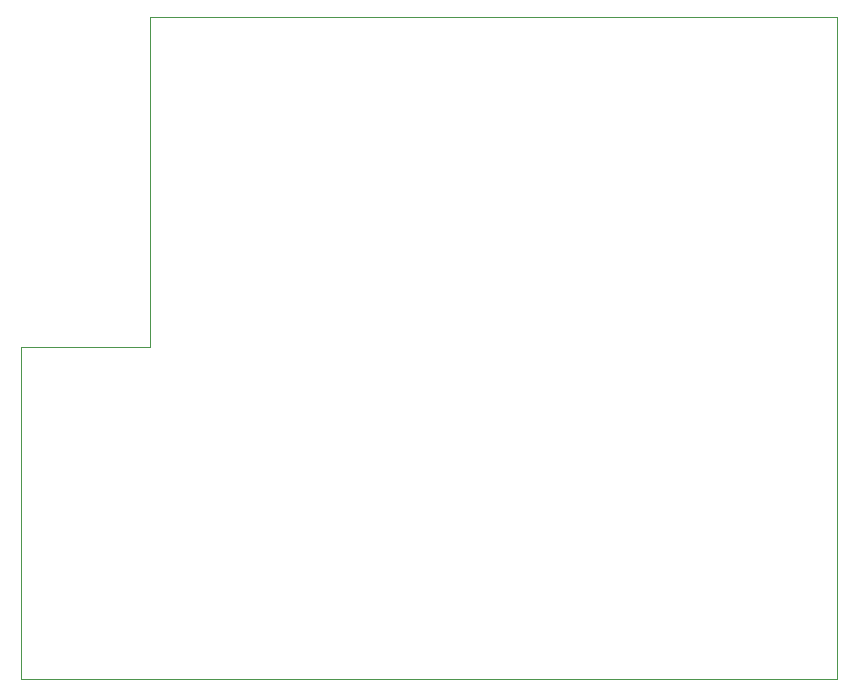
<source format=gbr>
%TF.GenerationSoftware,KiCad,Pcbnew,8.0.2*%
%TF.CreationDate,2024-06-07T02:59:58+03:00*%
%TF.ProjectId,FARA_KEYBOARD,46415241-5f4b-4455-9942-4f4152442e6b,rev?*%
%TF.SameCoordinates,Original*%
%TF.FileFunction,Profile,NP*%
%FSLAX46Y46*%
G04 Gerber Fmt 4.6, Leading zero omitted, Abs format (unit mm)*
G04 Created by KiCad (PCBNEW 8.0.2) date 2024-06-07 02:59:58*
%MOMM*%
%LPD*%
G01*
G04 APERTURE LIST*
%TA.AperFunction,Profile*%
%ADD10C,0.100000*%
%TD*%
G04 APERTURE END LIST*
D10*
X94972684Y-135600000D02*
X25872684Y-135600000D01*
X25872684Y-107500000D01*
X36772684Y-107500000D01*
X36772684Y-79600000D01*
X94972684Y-79600000D01*
X94972684Y-135600000D01*
M02*

</source>
